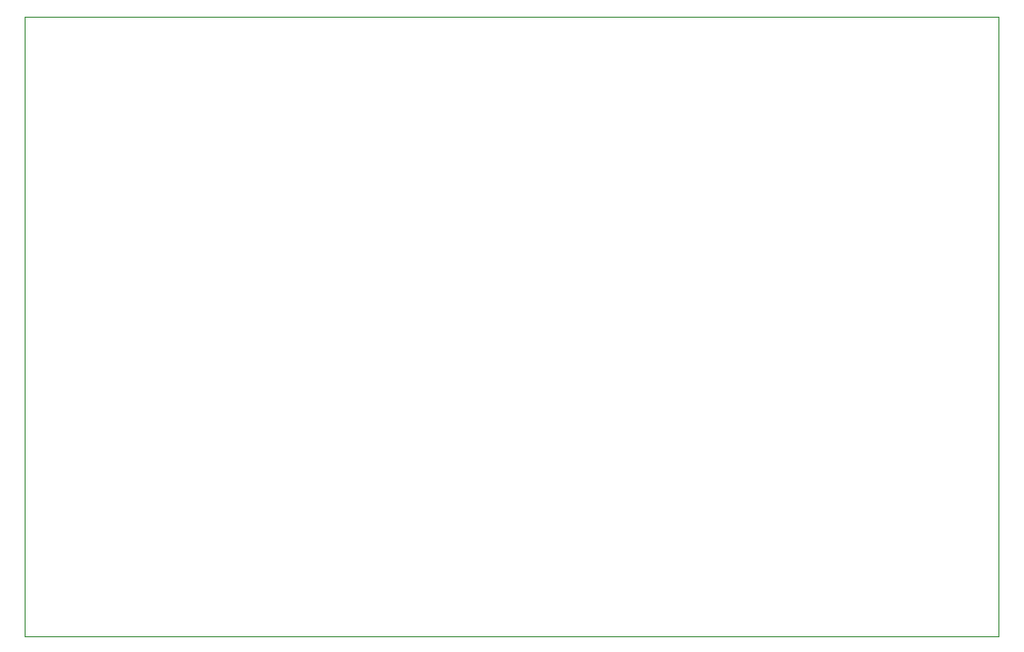
<source format=gbr>
%TF.GenerationSoftware,KiCad,Pcbnew,(6.0.5)*%
%TF.CreationDate,2022-07-14T17:11:25-07:00*%
%TF.ProjectId,PCBbuscard,50434262-7573-4636-9172-642e6b696361,rev?*%
%TF.SameCoordinates,Original*%
%TF.FileFunction,Profile,NP*%
%FSLAX46Y46*%
G04 Gerber Fmt 4.6, Leading zero omitted, Abs format (unit mm)*
G04 Created by KiCad (PCBNEW (6.0.5)) date 2022-07-14 17:11:25*
%MOMM*%
%LPD*%
G01*
G04 APERTURE LIST*
%TA.AperFunction,Profile*%
%ADD10C,0.100000*%
%TD*%
G04 APERTURE END LIST*
D10*
X187195100Y-127164956D02*
X103375103Y-127164958D01*
X103375101Y-73824959D01*
X187195100Y-73824957D01*
X187195100Y-127164956D01*
M02*

</source>
